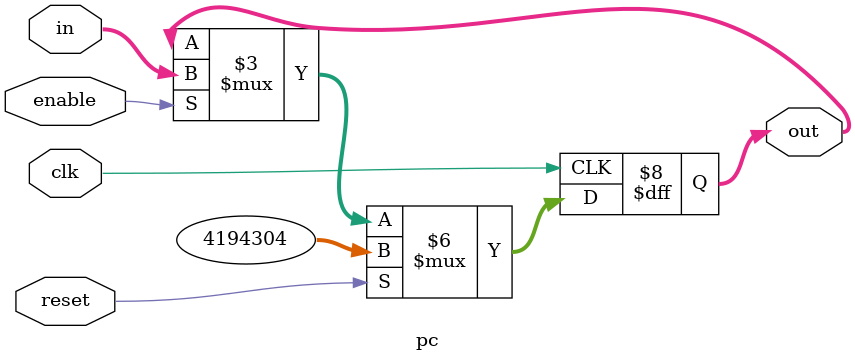
<source format=sv>
`timescale 1ns / 1ps
`default_nettype none

module pc (
    input wire clk, reset, enable,
    input wire [31:0] in,
    output reg [31:0] out
);

    initial out = 32'h400000;
    
    always @(posedge clk) begin
        if (reset)
            out <= 32'h400000;
        else if (enable) 
            out <= in;
    end

endmodule

</source>
